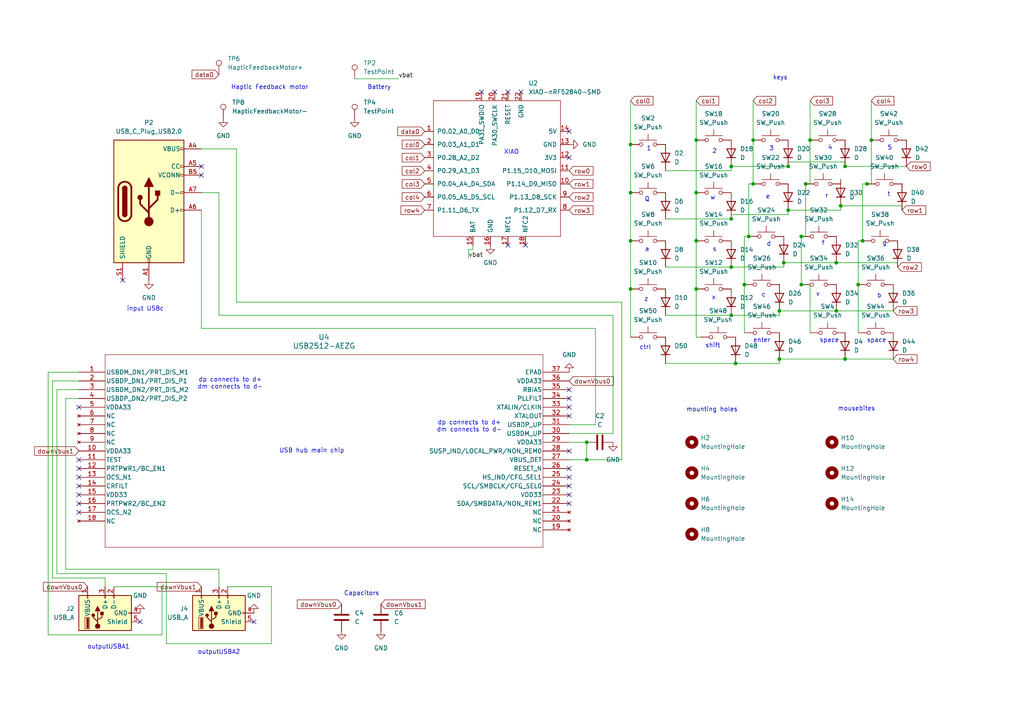
<source format=kicad_sch>
(kicad_sch (version 20250114) (generator "eeschema") (generator_version "9.0")
  (paper "A4")
  (text "a" (at 187.706 72.39 0) (effects (font (size 1.27 1.27))))
  (text "mousebites" (at 248.412 118.618 0) (effects (font (size 1.27 1.27))))
  (text "4" (at 240.792 42.926 0) (effects (font (size 1.27 1.27))))
  (text "w" (at 206.756 57.404 0) (effects (font (size 1.27 1.27))))
  (text "g" (at 256.54 70.612 0) (effects (font (size 1.27 1.27))))
  (text "c" (at 221.488 85.598 0) (effects (font (size 1.27 1.27))))
  (text "x" (at 207.01 86.36 0) (effects (font (size 1.27 1.27))))
  (text "dp connects to d+\ndm connects to d-" (at 136.144 123.698 0) (effects (font (size 1.27 1.27))))
  (text "z" (at 187.452 86.868 0) (effects (font (size 1.27 1.27))))
  (text "5" (at 258.064 42.926 0) (effects (font (size 1.27 1.27))))
  (text "t" (at 257.81 56.388 0) (effects (font (size 1.27 1.27))))
  (text "enter\n" (at 220.98 98.806 0) (effects (font (size 1.27 1.27))))
  (text "ctrl\n" (at 187.198 100.838 0) (effects (font (size 1.27 1.27))))
  (text "input USBc\n" (at 42.164 89.662 0) (effects (font (size 1.27 1.27))))
  (text "v" (at 237.236 85.344 0) (effects (font (size 1.27 1.27))))
  (text "e" (at 222.758 57.15 0) (effects (font (size 1.27 1.27))))
  (text "outputUSBA1\n" (at 31.496 187.706 0) (effects (font (size 1.27 1.27))))
  (text "2\n" (at 207.264 43.942 0) (effects (font (size 1.27 1.27))))
  (text "d" (at 223.012 70.866 0) (effects (font (size 1.27 1.27))))
  (text "3" (at 223.774 43.18 0) (effects (font (size 1.27 1.27))))
  (text "f" (at 238.76 70.612 0) (effects (font (size 1.27 1.27))))
  (text "b" (at 255.016 85.852 0) (effects (font (size 1.27 1.27))))
  (text "Q" (at 187.706 57.912 0) (effects (font (size 1.27 1.27))))
  (text "r" (at 239.776 56.896 0) (effects (font (size 1.27 1.27))))
  (text "XIAO" (at 148.336 44.196 0) (effects (font (size 1.27 1.27))))
  (text "dp connects to d+\ndm connects to d-" (at 66.802 111.252 0) (effects (font (size 1.27 1.27))))
  (text "shift\n" (at 206.756 100.33 0) (effects (font (size 1.27 1.27))))
  (text "USB hub main chip\n" (at 90.424 130.81 0) (effects (font (size 1.27 1.27))))
  (text "mounting holes" (at 206.502 118.872 0) (effects (font (size 1.27 1.27))))
  (text "Battery" (at 109.982 25.4 0) (effects (font (size 1.27 1.27))))
  (text "space\n" (at 240.538 98.806 0) (effects (font (size 1.27 1.27))))
  (text "keys" (at 226.314 22.606 0) (effects (font (size 1.27 1.27))))
  (text "Capacitors" (at 104.902 172.212 0) (effects (font (size 1.27 1.27))))
  (text "outputUSBA2\n\n" (at 63.5 190.246 0) (effects (font (size 1.27 1.27))))
  (text "Haptic Feedback motor\n" (at 78.232 25.4 0) (effects (font (size 1.27 1.27))))
  (text "space\n" (at 254.254 98.806 0) (effects (font (size 1.27 1.27))))
  (text "1" (at 188.214 43.18 0) (effects (font (size 1.27 1.27))))
  (text "s" (at 207.264 72.39 0) (effects (font (size 1.27 1.27))))
  (junction (at 182.88 41.91))
  (junction (at 226.06 90.17))
  (junction (at 212.09 63.5))
  (junction (at 213.36 105.41))
  (junction (at 243.84 59.69))
  (junction (at 215.9 82.55))
  (junction (at 245.11 104.14))
  (junction (at 242.57 90.17))
  (junction (at 212.09 48.26))
  (junction (at 245.11 48.26))
  (junction (at 201.93 69.85))
  (junction (at 201.93 40.64))
  (junction (at 248.92 82.55))
  (junction (at 212.09 91.44))
  (junction (at 251.46 53.34))
  (junction (at 232.41 82.55))
  (junction (at 218.44 53.34))
  (junction (at 228.6 48.26))
  (junction (at 182.88 83.82))
  (junction (at 232.41 68.58))
  (junction (at 234.95 40.64))
  (junction (at 250.19 69.85))
  (junction (at 212.09 77.47))
  (junction (at 182.88 69.85))
  (junction (at 227.33 76.2))
  (junction (at 233.68 53.34))
  (junction (at 201.93 55.88))
  (junction (at 252.73 40.64))
  (junction (at 242.57 76.2))
  (junction (at 170.18 128.27))
  (junction (at 226.06 104.14))
  (junction (at 201.93 83.82))
  (junction (at 228.6 60.96))
  (junction (at 218.44 40.64))
  (junction (at 170.18 133.35))
  (junction (at 182.88 55.88))
  (junction (at 217.17 68.58))
  (no_connect (at 165.1 45.72))
  (no_connect (at 165.1 130.81))
  (no_connect (at 22.86 148.59))
  (no_connect (at 40.64 180.34))
  (no_connect (at 35.56 81.28))
  (no_connect (at 165.1 135.89))
  (no_connect (at 151.13 26.67))
  (no_connect (at 152.4 71.12))
  (no_connect (at 22.86 143.51))
  (no_connect (at 165.1 140.97))
  (no_connect (at 165.1 143.51))
  (no_connect (at 58.42 50.8))
  (no_connect (at 22.86 138.43))
  (no_connect (at 165.1 38.1))
  (no_connect (at 165.1 115.57))
  (no_connect (at 147.32 71.12))
  (no_connect (at 165.1 146.05))
  (no_connect (at 73.66 180.34))
  (no_connect (at 147.32 26.67))
  (no_connect (at 165.1 113.03))
  (no_connect (at 165.1 118.11))
  (no_connect (at 143.51 26.67))
  (no_connect (at 139.7 26.67))
  (no_connect (at 165.1 138.43))
  (no_connect (at 22.86 118.11))
  (no_connect (at 22.86 135.89))
  (no_connect (at 58.42 48.26))
  (no_connect (at 22.86 133.35))
  (no_connect (at 22.86 140.97))
  (no_connect (at 165.1 120.65))
  (no_connect (at 22.86 146.05))
  (wire (pts (xy 218.44 40.64) (xy 218.44 53.34)))
  (wire (pts (xy 245.11 104.14) (xy 259.08 104.14)))
  (wire (pts (xy 22.86 115.57) (xy 19.05 115.57)))
  (wire (pts (xy 234.95 53.34) (xy 233.68 53.34)))
  (wire (pts (xy 201.93 29.21) (xy 201.93 40.64)))
  (wire (pts (xy 215.9 82.55) (xy 215.9 96.52)))
  (wire (pts (xy 115.57 22.86) (xy 102.87 22.86)))
  (wire (pts (xy 242.57 76.2) (xy 260.35 76.2)))
  (wire (pts (xy 234.95 82.55) (xy 234.95 96.52)))
  (wire (pts (xy 212.09 49.53) (xy 212.09 48.26)))
  (wire (pts (xy 201.93 83.82) (xy 201.93 97.79)))
  (wire (pts (xy 182.88 55.88) (xy 182.88 69.85)))
  (wire (pts (xy 226.06 105.41) (xy 213.36 105.41)))
  (wire (pts (xy 250.19 69.85) (xy 250.19 53.34)))
  (wire (pts (xy 19.05 165.1) (xy 63.5 165.1)))
  (wire (pts (xy 58.42 95.25) (xy 172.72 95.25)))
  (wire (pts (xy 68.58 87.63) (xy 68.58 43.18)))
  (wire (pts (xy 218.44 29.21) (xy 218.44 40.64)))
  (wire (pts (xy 63.5 55.88) (xy 63.5 91.44)))
  (wire (pts (xy 242.57 90.17) (xy 259.08 90.17)))
  (wire (pts (xy 137.16 72.39) (xy 137.16 71.12)))
  (wire (pts (xy 22.86 107.95) (xy 13.97 107.95)))
  (wire (pts (xy 19.05 115.57) (xy 19.05 165.1)))
  (wire (pts (xy 170.18 128.27) (xy 170.18 133.35)))
  (wire (pts (xy 58.42 60.96) (xy 58.42 95.25)))
  (wire (pts (xy 233.68 53.34) (xy 233.68 68.58)))
  (wire (pts (xy 212.09 77.47) (xy 227.33 77.47)))
  (wire (pts (xy 30.48 167.64) (xy 30.48 170.18)))
  (wire (pts (xy 165.1 133.35) (xy 170.18 133.35)))
  (wire (pts (xy 226.06 91.44) (xy 226.06 90.17)))
  (wire (pts (xy 135.89 74.93) (xy 135.89 72.39)))
  (wire (pts (xy 217.17 68.58) (xy 217.17 53.34)))
  (wire (pts (xy 232.41 68.58) (xy 232.41 82.55)))
  (wire (pts (xy 15.24 110.49) (xy 15.24 167.64)))
  (wire (pts (xy 234.95 40.64) (xy 234.95 53.34)))
  (wire (pts (xy 212.09 62.23) (xy 228.6 62.23)))
  (wire (pts (xy 172.72 123.19) (xy 165.1 123.19)))
  (wire (pts (xy 232.41 82.55) (xy 234.95 82.55)))
  (wire (pts (xy 182.88 41.91) (xy 182.88 55.88)))
  (wire (pts (xy 193.04 77.47) (xy 212.09 77.47)))
  (wire (pts (xy 226.06 90.17) (xy 242.57 90.17)))
  (wire (pts (xy 215.9 68.58) (xy 217.17 68.58)))
  (wire (pts (xy 182.88 83.82) (xy 182.88 69.85)))
  (wire (pts (xy 261.62 59.69) (xy 261.62 60.96)))
  (wire (pts (xy 170.18 133.35) (xy 180.34 133.35)))
  (wire (pts (xy 260.35 76.2) (xy 260.35 77.47)))
  (wire (pts (xy 234.95 29.21) (xy 234.95 40.64)))
  (wire (pts (xy 22.86 110.49) (xy 15.24 110.49)))
  (wire (pts (xy 226.06 104.14) (xy 226.06 105.41)))
  (wire (pts (xy 13.97 107.95) (xy 13.97 184.15)))
  (wire (pts (xy 233.68 68.58) (xy 232.41 68.58)))
  (wire (pts (xy 182.88 83.82) (xy 182.88 97.79)))
  (wire (pts (xy 58.42 55.88) (xy 63.5 55.88)))
  (wire (pts (xy 135.89 72.39) (xy 137.16 72.39)))
  (wire (pts (xy 63.5 91.44) (xy 177.8 91.44)))
  (wire (pts (xy 180.34 87.63) (xy 68.58 87.63)))
  (wire (pts (xy 228.6 62.23) (xy 228.6 60.96)))
  (wire (pts (xy 78.74 170.18) (xy 66.04 170.18)))
  (wire (pts (xy 248.92 82.55) (xy 248.92 69.85)))
  (wire (pts (xy 248.92 82.55) (xy 248.92 96.52)))
  (wire (pts (xy 172.72 95.25) (xy 172.72 123.19)))
  (wire (pts (xy 201.93 69.85) (xy 201.93 83.82)))
  (wire (pts (xy 177.8 91.44) (xy 177.8 125.73)))
  (wire (pts (xy 193.04 63.5) (xy 212.09 63.5)))
  (wire (pts (xy 165.1 128.27) (xy 170.18 128.27)))
  (wire (pts (xy 22.86 113.03) (xy 16.51 113.03)))
  (wire (pts (xy 16.51 166.37) (xy 48.26 166.37)))
  (wire (pts (xy 212.09 63.5) (xy 212.09 62.23)))
  (wire (pts (xy 201.93 40.64) (xy 201.93 55.88)))
  (wire (pts (xy 250.19 53.34) (xy 251.46 53.34)))
  (wire (pts (xy 243.84 53.34) (xy 243.84 52.07)))
  (wire (pts (xy 180.34 133.35) (xy 180.34 87.63)))
  (wire (pts (xy 48.26 186.69) (xy 78.74 186.69)))
  (wire (pts (xy 46.99 170.18) (xy 33.02 170.18)))
  (wire (pts (xy 252.73 53.34) (xy 252.73 40.64)))
  (wire (pts (xy 248.92 69.85) (xy 250.19 69.85)))
  (wire (pts (xy 228.6 46.99) (xy 245.11 46.99)))
  (wire (pts (xy 193.04 105.41) (xy 213.36 105.41)))
  (wire (pts (xy 13.97 184.15) (xy 46.99 184.15)))
  (wire (pts (xy 15.24 167.64) (xy 30.48 167.64)))
  (wire (pts (xy 243.84 60.96) (xy 243.84 59.69)))
  (wire (pts (xy 252.73 29.21) (xy 252.73 40.64)))
  (wire (pts (xy 48.26 166.37) (xy 48.26 186.69)))
  (wire (pts (xy 212.09 48.26) (xy 228.6 48.26)))
  (wire (pts (xy 212.09 91.44) (xy 226.06 91.44)))
  (wire (pts (xy 182.88 29.21) (xy 182.88 41.91)))
  (wire (pts (xy 215.9 82.55) (xy 215.9 68.58)))
  (wire (pts (xy 251.46 53.34) (xy 252.73 53.34)))
  (wire (pts (xy 177.8 125.73) (xy 165.1 125.73)))
  (wire (pts (xy 228.6 48.26) (xy 228.6 46.99)))
  (wire (pts (xy 16.51 113.03) (xy 16.51 166.37)))
  (wire (pts (xy 228.6 60.96) (xy 243.84 60.96)))
  (wire (pts (xy 217.17 53.34) (xy 218.44 53.34)))
  (wire (pts (xy 193.04 91.44) (xy 212.09 91.44)))
  (wire (pts (xy 78.74 186.69) (xy 78.74 170.18)))
  (wire (pts (xy 68.58 43.18) (xy 58.42 43.18)))
  (wire (pts (xy 245.11 46.99) (xy 245.11 48.26)))
  (wire (pts (xy 226.06 104.14) (xy 245.11 104.14)))
  (wire (pts (xy 201.93 55.88) (xy 201.93 69.85)))
  (wire (pts (xy 227.33 77.47) (xy 227.33 76.2)))
  (wire (pts (xy 245.11 48.26) (xy 262.89 48.26)))
  (wire (pts (xy 243.84 59.69) (xy 261.62 59.69)))
  (wire (pts (xy 193.04 49.53) (xy 212.09 49.53)))
  (wire (pts (xy 227.33 76.2) (xy 242.57 76.2)))
  (wire (pts (xy 63.5 165.1) (xy 63.5 170.18)))
  (wire (pts (xy 46.99 184.15) (xy 46.99 170.18)))
  (wire (pts (xy 201.93 97.79) (xy 203.2 97.79)))
  (label "vbat" (at 135.89 74.93 0))
  (label "vbat" (at 115.57 22.86 0))
  (global_label "row4" (shape input) (at 123.19 60.96 180) (property "Intersheetrefs" "${INTERSHEET_REFS}" (effects (hide yes))))
  (global_label "downVbus1" (shape input) (at 58.42 170.18 180) (property "Intersheetrefs" "${INTERSHEET_REFS}" (effects (hide yes))))
  (global_label "downVbus1" (shape input) (at 22.86 130.81 180) (property "Intersheetrefs" "${INTERSHEET_REFS}" (effects (hide yes))))
  (global_label "row3" (shape input) (at 165.1 60.96 0) (property "Intersheetrefs" "${INTERSHEET_REFS}" (effects (hide yes))))
  (global_label "row1" (shape input) (at 165.1 53.34 0) (property "Intersheetrefs" "${INTERSHEET_REFS}" (effects (hide yes))))
  (global_label "col2" (shape input) (at 123.19 49.53 180) (property "Intersheetrefs" "${INTERSHEET_REFS}" (effects (hide yes))))
  (global_label "col0" (shape input) (at 123.19 41.91 180) (property "Intersheetrefs" "${INTERSHEET_REFS}" (effects (hide yes))))
  (global_label "row3" (shape input) (at 259.08 90.17 0) (property "Intersheetrefs" "${INTERSHEET_REFS}" (effects (hide yes))))
  (global_label "col3" (shape input) (at 234.95 29.21 0) (property "Intersheetrefs" "${INTERSHEET_REFS}" (effects (hide yes))))
  (global_label "row4" (shape input) (at 259.08 104.14 0) (property "Intersheetrefs" "${INTERSHEET_REFS}" (effects (hide yes))))
  (global_label "row2" (shape input) (at 165.1 57.15 0) (property "Intersheetrefs" "${INTERSHEET_REFS}" (effects (hide yes))))
  (global_label "downVbus0" (shape input) (at 99.06 175.26 180) (property "Intersheetrefs" "${INTERSHEET_REFS}" (effects (hide yes))))
  (global_label "col0" (shape input) (at 182.88 29.21 0) (property "Intersheetrefs" "${INTERSHEET_REFS}" (effects (hide yes))))
  (global_label "col2" (shape input) (at 218.44 29.21 0) (property "Intersheetrefs" "${INTERSHEET_REFS}" (effects (hide yes))))
  (global_label "col4" (shape input) (at 123.19 57.15 180) (property "Intersheetrefs" "${INTERSHEET_REFS}" (effects (hide yes))))
  (global_label "row1" (shape input) (at 261.62 60.96 0) (property "Intersheetrefs" "${INTERSHEET_REFS}" (effects (hide yes))))
  (global_label "col1" (shape input) (at 123.19 45.72 180) (property "Intersheetrefs" "${INTERSHEET_REFS}" (effects (hide yes))))
  (global_label "data0" (shape input) (at 123.19 38.1 180) (property "Intersheetrefs" "${INTERSHEET_REFS}" (effects (hide yes))))
  (global_label "downVbus0" (shape input) (at 25.4 170.18 180) (property "Intersheetrefs" "${INTERSHEET_REFS}" (effects (hide yes))))
  (global_label "col3" (shape input) (at 123.19 53.34 180) (property "Intersheetrefs" "${INTERSHEET_REFS}" (effects (hide yes))))
  (global_label "downVbus1" (shape input) (at 110.49 175.26 0) (property "Intersheetrefs" "${INTERSHEET_REFS}" (effects (hide yes))))
  (global_label "col1" (shape input) (at 201.93 29.21 0) (property "Intersheetrefs" "${INTERSHEET_REFS}" (effects (hide yes))))
  (global_label "downVbus0" (shape input) (at 165.1 110.49 0) (property "Intersheetrefs" "${INTERSHEET_REFS}" (effects (hide yes))))
  (global_label "col4" (shape input) (at 252.73 29.21 0) (property "Intersheetrefs" "${INTERSHEET_REFS}" (effects (hide yes))))
  (global_label "row2" (shape input) (at 260.35 77.47 0) (property "Intersheetrefs" "${INTERSHEET_REFS}" (effects (hide yes))))
  (global_label "row0" (shape input) (at 165.1 49.53 0) (property "Intersheetrefs" "${INTERSHEET_REFS}" (effects (hide yes))))
  (global_label "row0" (shape input) (at 262.89 48.26 0) (property "Intersheetrefs" "${INTERSHEET_REFS}" (effects (hide yes))))
  (global_label "data0" (shape input) (at 63.5 21.59 180) (property "Intersheetrefs" "${INTERSHEET_REFS}" (effects (hide yes))))
  (symbol (lib_id "Device:C") (at 110.49 179.07 0) (unit 1)
    (property "Reference" "C5" (at 114.3 177.7999 0) (effects (justify left)))
    (property "Value" "C" (at 114.3 180.3399 0) (effects (justify left)))
    (property "Footprint" "Capacitor_THT:CP_Axial_L11.0mm_D8.0mm_P15.00mm_Horizontal" (effects (hide yes)))
    (property "Description" "Unpolarized capacitor" (effects (hide yes)))
    (instances (project "keeb" (path "" (reference "C6") (unit 1)) (path "" (reference "C5") (unit 1))))
  )
  (symbol (lib_id "Device:D") (at 213.36 101.6 90) (unit 1)
    (property "Reference" "D47" (at 215.9 100.3299 90) (effects (justify right)))
    (property "Value" "D" (at 215.9 102.8699 90) (effects (justify right)))
    (property "Footprint" "Diode_SMD:D_SOD-123" (effects (hide yes)))
    (property "Description" "Diode" (effects (hide yes)))
    (property "Sim.Device" "D" (effects (hide yes)))
    (property "Sim.Pins" "1=K 2=A" (effects (hide yes)))
    (instances (project "keeb" (path "" (reference "D48") (unit 1)) (path "" (reference "D47") (unit 1))))
  )
  (symbol (lib_id "Switch:SW_Push") (at 220.98 82.55 0) (unit 1)
    (property "Reference" "SW25" (at 220.98 74.93 0))
    (property "Value" "SW_Push" (at 220.98 77.47 0))
    (property "Footprint" "Button_Switch_Keyboard:SW_Cherry_MX_1.00u_PCB" (effects (hide yes)))
    (property "Description" "Push button switch, generic, two pins" (effects (hide yes)))
    (instances (project "keeb" (path "" (reference "SW26") (unit 1)) (path "" (reference "SW25") (unit 1))))
  )
  (symbol (lib_id "Mechanical:MountingHole") (at 200.66 128.27 0) (unit 1) (in_bom no)
    (property "Reference" "H1" (at 203.2 126.9999 0) (effects (justify left)))
    (property "Value" "MountingHole" (at 203.2 129.5399 0) (effects (justify left)))
    (property "Footprint" "TestPoint:TestPoint_Loop_D3.80mm_Drill2.8mm" (effects (hide yes)))
    (property "Description" "Mounting Hole without connection" (effects (hide yes)))
    (instances (project "" (path "" (reference "H2") (unit 1)) (path "" (reference "H1") (unit 1))))
  )
  (symbol (lib_id "Switch:SW_Push") (at 207.01 55.88 0) (unit 1)
    (property "Reference" "SW15" (at 207.01 48.26 0))
    (property "Value" "SW_Push" (at 207.01 50.8 0))
    (property "Footprint" "Button_Switch_Keyboard:SW_Cherry_MX_1.00u_PCB" (effects (hide yes)))
    (property "Description" "Push button switch, generic, two pins" (effects (hide yes)))
    (instances (project "keeb" (path "" (reference "SW16") (unit 1)) (path "" (reference "SW15") (unit 1))))
  )
  (symbol (lib_id "Switch:SW_Push") (at 237.49 68.58 0) (unit 1)
    (property "Reference" "SW31" (at 237.49 60.96 0))
    (property "Value" "SW_Push" (at 237.49 63.5 0))
    (property "Footprint" "Button_Switch_Keyboard:SW_Cherry_MX_1.00u_PCB" (effects (hide yes)))
    (property "Description" "Push button switch, generic, two pins" (effects (hide yes)))
    (instances (project "keeb" (path "" (reference "SW32") (unit 1)) (path "" (reference "SW31") (unit 1))))
  )
  (symbol (lib_id "Switch:SW_Push") (at 223.52 40.64 0) (unit 1)
    (property "Reference" "SW19" (at 223.52 33.02 0))
    (property "Value" "SW_Push" (at 223.52 35.56 0))
    (property "Footprint" "Button_Switch_Keyboard:SW_Cherry_MX_1.00u_PCB" (effects (hide yes)))
    (property "Description" "Push button switch, generic, two pins" (effects (hide yes)))
    (instances (project "keeb" (path "" (reference "SW20") (unit 1)) (path "" (reference "SW19") (unit 1))))
  )
  (symbol (lib_id "Connector:USB_A") (at 30.48 177.8 90) (unit 1)
    (property "Reference" "J1" (at 21.59 176.5299 90) (effects (justify left)))
    (property "Value" "USB_A" (at 21.59 179.0699 90) (effects (justify left)))
    (property "Footprint" "Connector_USB:USB_A_Receptacle_GCT_USB1046" (effects (hide yes)))
    (property "Description" "USB Type A connector" (effects (hide yes)))
    (instances (project "" (path "" (reference "J2") (unit 1)) (path "" (reference "J1") (unit 1))))
  )
  (symbol (lib_id "Device:D") (at 260.35 73.66 90) (unit 1)
    (property "Reference" "D37" (at 262.89 72.3899 90) (effects (justify right)))
    (property "Value" "D" (at 262.89 74.9299 90) (effects (justify right)))
    (property "Footprint" "Diode_SMD:D_SOD-123" (effects (hide yes)))
    (property "Description" "Diode" (effects (hide yes)))
    (property "Sim.Device" "D" (effects (hide yes)))
    (property "Sim.Pins" "1=K 2=A" (effects (hide yes)))
    (instances (project "keeb" (path "" (reference "D38") (unit 1)) (path "" (reference "D37") (unit 1))))
  )
  (symbol (lib_id "Seeed_Studio_XIAO_Series:XIAO-nRF52840-SMD") (at 144.78 49.53 0) (unit 1)
    (property "Reference" "U1" (at 153.2733 24.13 0) (effects (justify left)))
    (property "Value" "XIAO-nRF52840-SMD" (at 153.2733 26.67 0) (effects (justify left)))
    (property "Footprint" "keeb:modified-XIAO-nRF52840-SMD" (effects (hide yes)))
    (instances (project "" (path "" (reference "U2") (unit 1)) (path "" (reference "U1") (unit 1))))
  )
  (symbol (lib_id "Switch:SW_Push") (at 257.81 40.64 0) (unit 1)
    (property "Reference" "SW41" (at 257.81 33.02 0))
    (property "Value" "SW_Push" (at 257.81 35.56 0))
    (property "Footprint" "Button_Switch_Keyboard:SW_Cherry_MX_1.00u_PCB" (effects (hide yes)))
    (property "Description" "Push button switch, generic, two pins" (effects (hide yes)))
    (instances (project "keeb" (path "" (reference "SW42") (unit 1)) (path "" (reference "SW41") (unit 1))))
  )
  (symbol (lib_id "power:GND") (at 99.06 182.88 0) (unit 1)
    (property "Reference" "#PWR019" (effects (hide yes)))
    (property "Value" "GND" (at 99.06 187.96 0))
    (property "Description" "Power symbol creates a global label with name \"GND\" , ground" (effects (hide yes)))
    (instances (project "" (path "" (reference "#PWR020") (unit 1)) (path "" (reference "#PWR019") (unit 1))))
  )
  (symbol (lib_id "Device:D") (at 226.06 86.36 90) (unit 1)
    (property "Reference" "D25" (at 228.6 85.0899 90) (effects (justify right)))
    (property "Value" "D" (at 228.6 87.6299 90) (effects (justify right)))
    (property "Footprint" "Diode_SMD:D_SOD-123" (effects (hide yes)))
    (property "Description" "Diode" (effects (hide yes)))
    (property "Sim.Device" "D" (effects (hide yes)))
    (property "Sim.Pins" "1=K 2=A" (effects (hide yes)))
    (instances (project "keeb" (path "" (reference "D26") (unit 1)) (path "" (reference "D25") (unit 1))))
  )
  (symbol (lib_id "Switch:SW_Push") (at 207.01 40.64 0) (unit 1)
    (property "Reference" "SW17" (at 207.01 33.02 0))
    (property "Value" "SW_Push" (at 207.01 35.56 0))
    (property "Footprint" "Button_Switch_Keyboard:SW_Cherry_MX_1.00u_PCB" (effects (hide yes)))
    (property "Description" "Push button switch, generic, two pins" (effects (hide yes)))
    (instances (project "keeb" (path "" (reference "SW18") (unit 1)) (path "" (reference "SW17") (unit 1))))
  )
  (symbol (lib_id "power:GND") (at 64.77 34.29 0) (unit 1)
    (property "Reference" "#PWR05" (effects (hide yes)))
    (property "Value" "GND" (at 64.77 39.37 0))
    (property "Description" "Power symbol creates a global label with name \"GND\" , ground" (effects (hide yes)))
    (instances (project "" (path "" (reference "#PWR06") (unit 1)) (path "" (reference "#PWR05") (unit 1))))
  )
  (symbol (lib_id "Connector:TestPoint") (at 64.77 34.29 0) (unit 1)
    (property "Reference" "TP7" (at 67.31 29.7179 0) (effects (justify left)))
    (property "Value" "HapticFeedbackMotor-" (at 67.31 32.2579 0) (effects (justify left)))
    (property "Footprint" "TestPoint:TestPoint_Pad_D4.0mm" (effects (hide yes)))
    (property "Description" "test point" (effects (hide yes)))
    (instances (project "" (path "" (reference "TP8") (unit 1)) (path "" (reference "TP7") (unit 1))))
  )
  (symbol (lib_id "power:GND") (at 40.64 177.8 180) (unit 1)
    (property "Reference" "#PWR011" (effects (hide yes)))
    (property "Value" "GND" (at 40.64 172.72 0))
    (property "Description" "Power symbol creates a global label with name \"GND\" , ground" (effects (hide yes)))
    (instances (project "" (path "" (reference "#PWR012") (unit 1)) (path "" (reference "#PWR011") (unit 1))))
  )
  (symbol (lib_id "power:GND") (at 177.8 128.27 0) (unit 1)
    (property "Reference" "#PWR017" (effects (hide yes)))
    (property "Value" "GND" (at 177.8 133.35 0))
    (property "Description" "Power symbol creates a global label with name \"GND\" , ground" (effects (hide yes)))
    (instances (project "" (path "" (reference "#PWR018") (unit 1)) (path "" (reference "#PWR017") (unit 1))))
  )
  (symbol (lib_id "Switch:SW_Push") (at 237.49 82.55 0) (unit 1)
    (property "Reference" "SW33" (at 237.49 74.93 0))
    (property "Value" "SW_Push" (at 237.49 77.47 0))
    (property "Footprint" "Button_Switch_Keyboard:SW_Cherry_MX_1.00u_PCB" (effects (hide yes)))
    (property "Description" "Push button switch, generic, two pins" (effects (hide yes)))
    (instances (project "keeb" (path "" (reference "SW34") (unit 1)) (path "" (reference "SW33") (unit 1))))
  )
  (symbol (lib_id "Device:D") (at 212.09 73.66 90) (unit 1)
    (property "Reference" "D13" (at 214.63 72.3899 90) (effects (justify right)))
    (property "Value" "D" (at 214.63 74.9299 90) (effects (justify right)))
    (property "Footprint" "Diode_SMD:D_SOD-123" (effects (hide yes)))
    (property "Description" "Diode" (effects (hide yes)))
    (property "Sim.Device" "D" (effects (hide yes)))
    (property "Sim.Pins" "1=K 2=A" (effects (hide yes)))
    (instances (project "keeb" (path "" (reference "D14") (unit 1)) (path "" (reference "D13") (unit 1))))
  )
  (symbol (lib_id "Device:D") (at 245.11 44.45 90) (unit 1)
    (property "Reference" "D27" (at 247.65 43.1799 90) (effects (justify right)))
    (property "Value" "D" (at 247.65 45.7199 90) (effects (justify right)))
    (property "Footprint" "Diode_SMD:D_SOD-123" (effects (hide yes)))
    (property "Description" "Diode" (effects (hide yes)))
    (property "Sim.Device" "D" (effects (hide yes)))
    (property "Sim.Pins" "1=K 2=A" (effects (hide yes)))
    (instances (project "keeb" (path "" (reference "D28") (unit 1)) (path "" (reference "D27") (unit 1))))
  )
  (symbol (lib_id "Switch:SW_Push") (at 187.96 55.88 0) (unit 1)
    (property "Reference" "SW5" (at 187.96 48.26 0))
    (property "Value" "SW_Push" (at 187.96 50.8 0))
    (property "Footprint" "Button_Switch_Keyboard:SW_Cherry_MX_1.00u_PCB" (effects (hide yes)))
    (property "Description" "Push button switch, generic, two pins" (effects (hide yes)))
    (instances (project "keeb" (path "" (reference "SW6") (unit 1)) (path "" (reference "SW5") (unit 1))))
  )
  (symbol (lib_id "Device:D") (at 242.57 86.36 90) (unit 1)
    (property "Reference" "D33" (at 245.11 85.0899 90) (effects (justify right)))
    (property "Value" "D" (at 245.11 87.6299 90) (effects (justify right)))
    (property "Footprint" "Diode_SMD:D_SOD-123" (effects (hide yes)))
    (property "Description" "Diode" (effects (hide yes)))
    (property "Sim.Device" "D" (effects (hide yes)))
    (property "Sim.Pins" "1=K 2=A" (effects (hide yes)))
    (instances (project "keeb" (path "" (reference "D34") (unit 1)) (path "" (reference "D33") (unit 1))))
  )
  (symbol (lib_id "Switch:SW_Push") (at 238.76 53.34 0) (unit 1)
    (property "Reference" "SW29" (at 238.76 45.72 0))
    (property "Value" "SW_Push" (at 238.76 48.26 0))
    (property "Footprint" "Button_Switch_Keyboard:SW_Cherry_MX_1.00u_PCB" (effects (hide yes)))
    (property "Description" "Push button switch, generic, two pins" (effects (hide yes)))
    (instances (project "keeb" (path "" (reference "SW30") (unit 1)) (path "" (reference "SW29") (unit 1))))
  )
  (symbol (lib_id "Device:D") (at 212.09 59.69 90) (unit 1)
    (property "Reference" "D15" (at 214.63 58.4199 90) (effects (justify right)))
    (property "Value" "D" (at 214.63 60.9599 90) (effects (justify right)))
    (property "Footprint" "Diode_SMD:D_SOD-123" (effects (hide yes)))
    (property "Description" "Diode" (effects (hide yes)))
    (property "Sim.Device" "D" (effects (hide yes)))
    (property "Sim.Pins" "1=K 2=A" (effects (hide yes)))
    (instances (project "keeb" (path "" (reference "D16") (unit 1)) (path "" (reference "D15") (unit 1))))
  )
  (symbol (lib_id "power:GND") (at 165.1 41.91 90) (unit 1)
    (property "Reference" "#PWR01" (effects (hide yes)))
    (property "Value" "GND" (at 168.91 41.9099 90) (effects (justify right)))
    (property "Description" "Power symbol creates a global label with name \"GND\" , ground" (effects (hide yes)))
    (instances (project "" (path "" (reference "#PWR02") (unit 1)) (path "" (reference "#PWR01") (unit 1))))
  )
  (symbol (lib_id "Switch:SW_Push") (at 187.96 41.91 0) (unit 1)
    (property "Reference" "SW1" (at 187.96 34.29 0))
    (property "Value" "SW_Push" (at 187.96 36.83 0))
    (property "Footprint" "Button_Switch_Keyboard:SW_Cherry_MX_1.00u_PCB" (effects (hide yes)))
    (property "Description" "Push button switch, generic, two pins" (effects (hide yes)))
    (instances (project "" (path "" (reference "SW2") (unit 1)) (path "" (reference "SW1") (unit 1))))
  )
  (symbol (lib_id "Mechanical:MountingHole") (at 200.66 154.94 0) (unit 1) (in_bom no)
    (property "Reference" "H7" (at 203.2 153.6699 0) (effects (justify left)))
    (property "Value" "MountingHole" (at 203.2 156.2099 0) (effects (justify left)))
    (property "Footprint" "TestPoint:TestPoint_Loop_D3.80mm_Drill2.8mm" (effects (hide yes)))
    (property "Description" "Mounting Hole without connection" (effects (hide yes)))
    (instances (project "keeb" (path "" (reference "H8") (unit 1)) (path "" (reference "H7") (unit 1))))
  )
  (symbol (lib_id "Connector:USB_A") (at 63.5 177.8 90) (unit 1)
    (property "Reference" "J3" (at 54.61 176.5299 90) (effects (justify left)))
    (property "Value" "USB_A" (at 54.61 179.0699 90) (effects (justify left)))
    (property "Footprint" "Connector_USB:USB_A_Receptacle_GCT_USB1046" (effects (hide yes)))
    (property "Description" "USB Type A connector" (effects (hide yes)))
    (instances (project "keeb" (path "" (reference "J4") (unit 1)) (path "" (reference "J3") (unit 1))))
  )
  (symbol (lib_id "Device:D") (at 193.04 87.63 90) (unit 1)
    (property "Reference" "D9" (at 195.58 86.3599 90) (effects (justify right)))
    (property "Value" "D" (at 195.58 88.8999 90) (effects (justify right)))
    (property "Footprint" "Diode_SMD:D_SOD-123" (effects (hide yes)))
    (property "Description" "Diode" (effects (hide yes)))
    (property "Sim.Device" "D" (effects (hide yes)))
    (property "Sim.Pins" "1=K 2=A" (effects (hide yes)))
    (instances (project "keeb" (path "" (reference "D10") (unit 1)) (path "" (reference "D9") (unit 1))))
  )
  (symbol (lib_id "Device:C") (at 173.99 128.27 90) (unit 1)
    (property "Reference" "C1" (at 173.99 120.65 90))
    (property "Value" "C" (at 173.99 123.19 90))
    (property "Footprint" "Capacitor_THT:CP_Axial_L11.0mm_D8.0mm_P15.00mm_Horizontal" (effects (hide yes)))
    (property "Description" "Unpolarized capacitor" (effects (hide yes)))
    (instances (project "" (path "" (reference "C2") (unit 1)) (path "" (reference "C1") (unit 1))))
  )
  (symbol (lib_id "Switch:SW_Push") (at 240.03 96.52 0) (unit 1)
    (property "Reference" "SW3" (at 240.03 88.9 0))
    (property "Value" "SW_Push" (at 240.03 91.44 0))
    (property "Footprint" "Button_Switch_Keyboard:SW_Cherry_MX_1.00u_PCB" (effects (hide yes)))
    (property "Description" "Push button switch, generic, two pins" (effects (hide yes)))
    (instances (project "keeb" (path "" (reference "SW4") (unit 1)) (path "" (reference "SW3") (unit 1))))
  )
  (symbol (lib_id "Mechanical:MountingHole") (at 241.3 137.16 0) (unit 1) (in_bom no)
    (property "Reference" "H11" (at 243.84 135.8899 0) (effects (justify left)))
    (property "Value" "MountingHole" (at 243.84 138.4299 0) (effects (justify left)))
    (property "Footprint" "keeb:mouse-bite-5mm-slot" (effects (hide yes)))
    (property "Description" "Mounting Hole without connection" (effects (hide yes)))
    (instances (project "keeb" (path "" (reference "H12") (unit 1)) (path "" (reference "H11") (unit 1))))
  )
  (symbol (lib_id "Switch:SW_Push") (at 207.01 83.82 0) (unit 1)
    (property "Reference" "SW11" (at 207.01 76.2 0))
    (property "Value" "SW_Push" (at 207.01 78.74 0))
    (property "Footprint" "Button_Switch_Keyboard:SW_Cherry_MX_1.00u_PCB" (effects (hide yes)))
    (property "Description" "Push button switch, generic, two pins" (effects (hide yes)))
    (instances (project "keeb" (path "" (reference "SW12") (unit 1)) (path "" (reference "SW11") (unit 1))))
  )
  (symbol (lib_id "Mechanical:MountingHole") (at 200.66 146.05 0) (unit 1) (in_bom no)
    (property "Reference" "H5" (at 203.2 144.7799 0) (effects (justify left)))
    (property "Value" "MountingHole" (at 203.2 147.3199 0) (effects (justify left)))
    (property "Footprint" "TestPoint:TestPoint_Loop_D3.80mm_Drill2.8mm" (effects (hide yes)))
    (property "Description" "Mounting Hole without connection" (effects (hide yes)))
    (instances (project "keeb" (path "" (reference "H6") (unit 1)) (path "" (reference "H5") (unit 1))))
  )
  (symbol (lib_id "power:GND") (at 73.66 177.8 180) (unit 1)
    (property "Reference" "#PWR013" (effects (hide yes)))
    (property "Value" "GND" (at 73.66 172.72 0))
    (property "Description" "Power symbol creates a global label with name \"GND\" , ground" (effects (hide yes)))
    (instances (project "" (path "" (reference "#PWR014") (unit 1)) (path "" (reference "#PWR013") (unit 1))))
  )
  (symbol (lib_id "Switch:SW_Push") (at 254 96.52 0) (unit 1)
    (property "Reference" "SW43" (at 254 88.9 0))
    (property "Value" "SW_Push" (at 254 91.44 0))
    (property "Footprint" "Button_Switch_Keyboard:SW_Cherry_MX_1.00u_PCB" (effects (hide yes)))
    (property "Description" "Push button switch, generic, two pins" (effects (hide yes)))
    (instances (project "keeb" (path "" (reference "SW44") (unit 1)) (path "" (reference "SW43") (unit 1))))
  )
  (symbol (lib_id "power:GND") (at 165.1 107.95 180) (unit 1)
    (property "Reference" "#PWR07" (effects (hide yes)))
    (property "Value" "GND" (at 165.1 102.87 0))
    (property "Description" "Power symbol creates a global label with name \"GND\" , ground" (effects (hide yes)))
    (instances (project "" (path "" (reference "#PWR08") (unit 1)) (path "" (reference "#PWR07") (unit 1))))
  )
  (symbol (lib_id "Switch:SW_Push") (at 254 82.55 0) (unit 1)
    (property "Reference" "SW35" (at 254 74.93 0))
    (property "Value" "SW_Push" (at 254 77.47 0))
    (property "Footprint" "Button_Switch_Keyboard:SW_Cherry_MX_1.00u_PCB" (effects (hide yes)))
    (property "Description" "Push button switch, generic, two pins" (effects (hide yes)))
    (instances (project "keeb" (path "" (reference "SW36") (unit 1)) (path "" (reference "SW35") (unit 1))))
  )
  (symbol (lib_id "Device:D") (at 212.09 87.63 90) (unit 1)
    (property "Reference" "D11" (at 214.63 86.3599 90) (effects (justify right)))
    (property "Value" "D" (at 214.63 88.8999 90) (effects (justify right)))
    (property "Footprint" "Diode_SMD:D_SOD-123" (effects (hide yes)))
    (property "Description" "Diode" (effects (hide yes)))
    (property "Sim.Device" "D" (effects (hide yes)))
    (property "Sim.Pins" "1=K 2=A" (effects (hide yes)))
    (instances (project "keeb" (path "" (reference "D12") (unit 1)) (path "" (reference "D11") (unit 1))))
  )
  (symbol (lib_id "power:GND") (at 110.49 182.88 0) (unit 1)
    (property "Reference" "#PWR021" (effects (hide yes)))
    (property "Value" "GND" (at 110.49 187.96 0))
    (property "Description" "Power symbol creates a global label with name \"GND\" , ground" (effects (hide yes)))
    (instances (project "" (path "" (reference "#PWR022") (unit 1)) (path "" (reference "#PWR021") (unit 1))))
  )
  (symbol (lib_id "Switch:SW_Push") (at 256.54 53.34 0) (unit 1)
    (property "Reference" "SW39" (at 256.54 45.72 0))
    (property "Value" "SW_Push" (at 256.54 48.26 0))
    (property "Footprint" "Button_Switch_Keyboard:SW_Cherry_MX_1.00u_PCB" (effects (hide yes)))
    (property "Description" "Push button switch, generic, two pins" (effects (hide yes)))
    (instances (project "keeb" (path "" (reference "SW40") (unit 1)) (path "" (reference "SW39") (unit 1))))
  )
  (symbol (lib_id "Device:D") (at 227.33 72.39 90) (unit 1)
    (property "Reference" "D23" (at 229.87 71.1199 90) (effects (justify right)))
    (property "Value" "D" (at 229.87 73.6599 90) (effects (justify right)))
    (property "Footprint" "Diode_SMD:D_SOD-123" (effects (hide yes)))
    (property "Description" "Diode" (effects (hide yes)))
    (property "Sim.Device" "D" (effects (hide yes)))
    (property "Sim.Pins" "1=K 2=A" (effects (hide yes)))
    (instances (project "keeb" (path "" (reference "D24") (unit 1)) (path "" (reference "D23") (unit 1))))
  )
  (symbol (lib_id "Switch:SW_Push") (at 223.52 53.34 0) (unit 1)
    (property "Reference" "SW21" (at 223.52 45.72 0))
    (property "Value" "SW_Push" (at 223.52 48.26 0))
    (property "Footprint" "Button_Switch_Keyboard:SW_Cherry_MX_1.00u_PCB" (effects (hide yes)))
    (property "Description" "Push button switch, generic, two pins" (effects (hide yes)))
    (instances (project "keeb" (path "" (reference "SW22") (unit 1)) (path "" (reference "SW21") (unit 1))))
  )
  (symbol (lib_id "Device:D") (at 242.57 72.39 90) (unit 1)
    (property "Reference" "D31" (at 245.11 71.1199 90) (effects (justify right)))
    (property "Value" "D" (at 245.11 73.6599 90) (effects (justify right)))
    (property "Footprint" "Diode_SMD:D_SOD-123" (effects (hide yes)))
    (property "Description" "Diode" (effects (hide yes)))
    (property "Sim.Device" "D" (effects (hide yes)))
    (property "Sim.Pins" "1=K 2=A" (effects (hide yes)))
    (instances (project "keeb" (path "" (reference "D32") (unit 1)) (path "" (reference "D31") (unit 1))))
  )
  (symbol (lib_id "Mechanical:MountingHole") (at 241.3 146.05 0) (unit 1) (in_bom no)
    (property "Reference" "H13" (at 243.84 144.7799 0) (effects (justify left)))
    (property "Value" "MountingHole" (at 243.84 147.3199 0) (effects (justify left)))
    (property "Footprint" "keeb:mouse-bite-5mm-slot" (effects (hide yes)))
    (property "Description" "Mounting Hole without connection" (effects (hide yes)))
    (instances (project "keeb" (path "" (reference "H14") (unit 1)) (path "" (reference "H13") (unit 1))))
  )
  (symbol (lib_id "Mechanical:MountingHole") (at 241.3 128.27 0) (unit 1) (in_bom no)
    (property "Reference" "H9" (at 243.84 126.9999 0) (effects (justify left)))
    (property "Value" "MountingHole" (at 243.84 129.5399 0) (effects (justify left)))
    (property "Footprint" "keeb:mouse-bite-5mm-slot" (effects (hide yes)))
    (property "Description" "Mounting Hole without connection" (effects (hide yes)))
    (instances (project "keeb" (path "" (reference "H10") (unit 1)) (path "" (reference "H9") (unit 1))))
  )
  (symbol (lib_id "2025-10-04_17-12-30:USB2512-AEZG") (at 22.86 107.95 0) (unit 1)
    (property "Reference" "U3" (at 93.98 97.79 0) (effects (font (size 1.524 1.524))))
    (property "Value" "USB2512-AEZG" (at 93.98 100.33 0) (effects (font (size 1.524 1.524))))
    (property "Footprint" "USB2512_AEZG:QFN36_6X6MC_MCH" (effects (hide yes)))
    (property "Datasheet" "USB2512-AEZG" (effects (hide yes)))
    (instances (project "" (path "" (reference "U4") (unit 1)) (path "" (reference "U3") (unit 1))))
  )
  (symbol (lib_id "Switch:SW_Push") (at 187.96 97.79 0) (unit 1)
    (property "Reference" "SW49" (at 187.96 90.17 0))
    (property "Value" "SW_Push" (at 187.96 92.71 0))
    (property "Footprint" "Button_Switch_Keyboard:SW_Cherry_MX_1.00u_PCB" (effects (hide yes)))
    (property "Description" "Push button switch, generic, two pins" (effects (hide yes)))
    (instances (project "keeb" (path "" (reference "SW50") (unit 1)) (path "" (reference "SW49") (unit 1))))
  )
  (symbol (lib_id "Switch:SW_Push") (at 222.25 68.58 0) (unit 1)
    (property "Reference" "SW23" (at 222.25 60.96 0))
    (property "Value" "SW_Push" (at 222.25 63.5 0))
    (property "Footprint" "Button_Switch_Keyboard:SW_Cherry_MX_1.00u_PCB" (effects (hide yes)))
    (property "Description" "Push button switch, generic, two pins" (effects (hide yes)))
    (instances (project "keeb" (path "" (reference "SW24") (unit 1)) (path "" (reference "SW23") (unit 1))))
  )
  (symbol (lib_id "Device:C") (at 99.06 179.07 0) (unit 1)
    (property "Reference" "C3" (at 102.87 177.7999 0) (effects (justify left)))
    (property "Value" "C" (at 102.87 180.3399 0) (effects (justify left)))
    (property "Footprint" "Capacitor_THT:CP_Axial_L11.0mm_D8.0mm_P15.00mm_Horizontal" (effects (hide yes)))
    (property "Description" "Unpolarized capacitor" (effects (hide yes)))
    (instances (project "" (path "" (reference "C4") (unit 1)) (path "" (reference "C3") (unit 1))))
  )
  (symbol (lib_id "Connector:TestPoint") (at 63.5 21.59 0) (unit 1)
    (property "Reference" "TP5" (at 66.04 17.0179 0) (effects (justify left)))
    (property "Value" "HapticFeedbackMotor+" (at 66.04 19.5579 0) (effects (justify left)))
    (property "Footprint" "TestPoint:TestPoint_Pad_D4.0mm" (effects (hide yes)))
    (property "Description" "test point" (effects (hide yes)))
    (instances (project "" (path "" (reference "TP6") (unit 1)) (path "" (reference "TP5") (unit 1))))
  )
  (symbol (lib_id "power:GND") (at 142.24 71.12 0) (unit 1)
    (property "Reference" "#PWR03" (effects (hide yes)))
    (property "Value" "GND" (at 142.24 76.2 0))
    (property "Description" "Power symbol creates a global label with name \"GND\" , ground" (effects (hide yes)))
    (instances (project "" (path "" (reference "#PWR04") (unit 1)) (path "" (reference "#PWR03") (unit 1))))
  )
  (symbol (lib_id "Device:D") (at 259.08 100.33 90) (unit 1)
    (property "Reference" "D43" (at 261.62 99.0599 90) (effects (justify right)))
    (property "Value" "D" (at 261.62 101.5999 90) (effects (justify right)))
    (property "Footprint" "Diode_SMD:D_SOD-123" (effects (hide yes)))
    (property "Description" "Diode" (effects (hide yes)))
    (property "Sim.Device" "D" (effects (hide yes)))
    (property "Sim.Pins" "1=K 2=A" (effects (hide yes)))
    (instances (project "keeb" (path "" (reference "D44") (unit 1)) (path "" (reference "D43") (unit 1))))
  )
  (symbol (lib_id "Device:D") (at 245.11 100.33 90) (unit 1)
    (property "Reference" "D3" (at 247.65 99.0599 90) (effects (justify right)))
    (property "Value" "D" (at 247.65 101.5999 90) (effects (justify right)))
    (property "Footprint" "Diode_SMD:D_SOD-123" (effects (hide yes)))
    (property "Description" "Diode" (effects (hide yes)))
    (property "Sim.Device" "D" (effects (hide yes)))
    (property "Sim.Pins" "1=K 2=A" (effects (hide yes)))
    (instances (project "keeb" (path "" (reference "D4") (unit 1)) (path "" (reference "D3") (unit 1))))
  )
  (symbol (lib_id "Switch:SW_Push") (at 240.03 40.64 0) (unit 1)
    (property "Reference" "SW27" (at 240.03 33.02 0))
    (property "Value" "SW_Push" (at 240.03 35.56 0))
    (property "Footprint" "Button_Switch_Keyboard:SW_Cherry_MX_1.00u_PCB" (effects (hide yes)))
    (property "Description" "Push button switch, generic, two pins" (effects (hide yes)))
    (instances (project "keeb" (path "" (reference "SW28") (unit 1)) (path "" (reference "SW27") (unit 1))))
  )
  (symbol (lib_id "Device:D") (at 228.6 57.15 90) (unit 1)
    (property "Reference" "D21" (at 231.14 55.8799 90) (effects (justify right)))
    (property "Value" "D" (at 231.14 58.4199 90) (effects (justify right)))
    (property "Footprint" "Diode_SMD:D_SOD-123" (effects (hide yes)))
    (property "Description" "Diode" (effects (hide yes)))
    (property "Sim.Device" "D" (effects (hide yes)))
    (property "Sim.Pins" "1=K 2=A" (effects (hide yes)))
    (instances (project "keeb" (path "" (reference "D22") (unit 1)) (path "" (reference "D21") (unit 1))))
  )
  (symbol (lib_id "Device:D") (at 193.04 45.72 90) (unit 1)
    (property "Reference" "D1" (at 195.58 44.4499 90) (effects (justify right)))
    (property "Value" "D" (at 195.58 46.9899 90) (effects (justify right)))
    (property "Footprint" "Diode_SMD:D_SOD-123" (effects (hide yes)))
    (property "Description" "Diode" (effects (hide yes)))
    (property "Sim.Device" "D" (effects (hide yes)))
    (property "Sim.Pins" "1=K 2=A" (effects (hide yes)))
    (instances (project "" (path "" (reference "D2") (unit 1)) (path "" (reference "D1") (unit 1))))
  )
  (symbol (lib_id "power:GND") (at 43.18 81.28 0) (unit 1)
    (property "Reference" "#PWR015" (effects (hide yes)))
    (property "Value" "GND" (at 43.18 86.36 0))
    (property "Description" "Power symbol creates a global label with name \"GND\" , ground" (effects (hide yes)))
    (instances (project "" (path "" (reference "#PWR016") (unit 1)) (path "" (reference "#PWR015") (unit 1))))
  )
  (symbol (lib_id "Mechanical:MountingHole") (at 200.66 137.16 0) (unit 1) (in_bom no)
    (property "Reference" "H3" (at 203.2 135.8899 0) (effects (justify left)))
    (property "Value" "MountingHole" (at 203.2 138.4299 0) (effects (justify left)))
    (property "Footprint" "TestPoint:TestPoint_Loop_D3.80mm_Drill2.8mm" (effects (hide yes)))
    (property "Description" "Mounting Hole without connection" (effects (hide yes)))
    (instances (project "keeb" (path "" (reference "H4") (unit 1)) (path "" (reference "H3") (unit 1))))
  )
  (symbol (lib_id "Switch:SW_Push") (at 220.98 96.52 0) (unit 1)
    (property "Reference" "SW45" (at 220.98 88.9 0))
    (property "Value" "SW_Push" (at 220.98 91.44 0))
    (property "Footprint" "Button_Switch_Keyboard:SW_Cherry_MX_1.00u_PCB" (effects (hide yes)))
    (property "Description" "Push button switch, generic, two pins" (effects (hide yes)))
    (instances (project "keeb" (path "" (reference "SW46") (unit 1)) (path "" (reference "SW45") (unit 1))))
  )
  (symbol (lib_id "Device:D") (at 228.6 44.45 90) (unit 1)
    (property "Reference" "D19" (at 231.14 43.1799 90) (effects (justify right)))
    (property "Value" "D" (at 231.14 45.7199 90) (effects (justify right)))
    (property "Footprint" "Diode_SMD:D_SOD-123" (effects (hide yes)))
    (property "Description" "Diode" (effects (hide yes)))
    (property "Sim.Device" "D" (effects (hide yes)))
    (property "Sim.Pins" "1=K 2=A" (effects (hide yes)))
    (instances (project "keeb" (path "" (reference "D20") (unit 1)) (path "" (reference "D19") (unit 1))))
  )
  (symbol (lib_id "Switch:SW_Push") (at 187.96 69.85 0) (unit 1)
    (property "Reference" "SW7" (at 187.96 62.23 0))
    (property "Value" "SW_Push" (at 187.96 64.77 0))
    (property "Footprint" "Button_Switch_Keyboard:SW_Cherry_MX_1.00u_PCB" (effects (hide yes)))
    (property "Description" "Push button switch, generic, two pins" (effects (hide yes)))
    (instances (project "keeb" (path "" (reference "SW8") (unit 1)) (path "" (reference "SW7") (unit 1))))
  )
  (symbol (lib_id "Switch:SW_Push") (at 208.28 97.79 0) (unit 1)
    (property "Reference" "SW47" (at 208.28 90.17 0))
    (property "Value" "SW_Push" (at 208.28 92.71 0))
    (property "Footprint" "Button_Switch_Keyboard:SW_Cherry_MX_1.00u_PCB" (effects (hide yes)))
    (property "Description" "Push button switch, generic, two pins" (effects (hide yes)))
    (instances (project "keeb" (path "" (reference "SW48") (unit 1)) (path "" (reference "SW47") (unit 1))))
  )
  (symbol (lib_id "Switch:SW_Push") (at 255.27 69.85 0) (unit 1)
    (property "Reference" "SW37" (at 255.27 62.23 0))
    (property "Value" "SW_Push" (at 255.27 64.77 0))
    (property "Footprint" "Button_Switch_Keyboard:SW_Cherry_MX_1.00u_PCB" (effects (hide yes)))
    (property "Description" "Push button switch, generic, two pins" (effects (hide yes)))
    (instances (project "keeb" (path "" (reference "SW38") (unit 1)) (path "" (reference "SW37") (unit 1))))
  )
  (symbol (lib_id "Device:D") (at 261.62 57.15 90) (unit 1)
    (property "Reference" "D39" (at 264.16 55.8799 90) (effects (justify right)))
    (property "Value" "D" (at 264.16 58.4199 90) (effects (justify right)))
    (property "Footprint" "Diode_SMD:D_SOD-123" (effects (hide yes)))
    (property "Description" "Diode" (effects (hide yes)))
    (property "Sim.Device" "D" (effects (hide yes)))
    (property "Sim.Pins" "1=K 2=A" (effects (hide yes)))
    (instances (project "keeb" (path "" (reference "D40") (unit 1)) (path "" (reference "D39") (unit 1))))
  )
  (symbol (lib_id "Device:D") (at 212.09 44.45 90) (unit 1)
    (property "Reference" "D17" (at 214.63 43.1799 90) (effects (justify right)))
    (property "Value" "D" (at 214.63 45.7199 90) (effects (justify right)))
    (property "Footprint" "Diode_SMD:D_SOD-123" (effects (hide yes)))
    (property "Description" "Diode" (effects (hide yes)))
    (property "Sim.Device" "D" (effects (hide yes)))
    (property "Sim.Pins" "1=K 2=A" (effects (hide yes)))
    (instances (project "keeb" (path "" (reference "D18") (unit 1)) (path "" (reference "D17") (unit 1))))
  )
  (symbol (lib_id "Device:D") (at 193.04 101.6 90) (unit 1)
    (property "Reference" "D49" (at 195.58 100.3299 90) (effects (justify right)))
    (property "Value" "D" (effects (hide yes)))
    (property "Footprint" "Diode_SMD:D_SOD-123" (effects (hide yes)))
    (property "Description" "Diode" (effects (hide yes)))
    (property "Sim.Device" "D" (effects (hide yes)))
    (property "Sim.Pins" "1=K 2=A" (effects (hide yes)))
    (instances (project "keeb" (path "" (reference "D50") (unit 1)) (path "" (reference "D49") (unit 1))))
  )
  (symbol (lib_id "Device:D") (at 193.04 59.69 90) (unit 1)
    (property "Reference" "D5" (at 195.58 58.4199 90) (effects (justify right)))
    (property "Value" "D" (at 195.58 60.9599 90) (effects (justify right)))
    (property "Footprint" "Diode_SMD:D_SOD-123" (effects (hide yes)))
    (property "Description" "Diode" (effects (hide yes)))
    (property "Sim.Device" "D" (effects (hide yes)))
    (property "Sim.Pins" "1=K 2=A" (effects (hide yes)))
    (instances (project "keeb" (path "" (reference "D6") (unit 1)) (path "" (reference "D5") (unit 1))))
  )
  (symbol (lib_id "Switch:SW_Push") (at 187.96 83.82 0) (unit 1)
    (property "Reference" "SW9" (at 187.96 76.2 0))
    (property "Value" "SW_Push" (at 187.96 78.74 0))
    (property "Footprint" "Button_Switch_Keyboard:SW_Cherry_MX_1.00u_PCB" (effects (hide yes)))
    (property "Description" "Push button switch, generic, two pins" (effects (hide yes)))
    (instances (project "keeb" (path "" (reference "SW10") (unit 1)) (path "" (reference "SW9") (unit 1))))
  )
  (symbol (lib_id "Connector:USB_C_Plug_USB2.0") (at 43.18 58.42 0) (unit 1)
    (property "Reference" "P1" (at 43.18 35.56 0))
    (property "Value" "USB_C_Plug_USB2.0" (at 43.18 38.1 0))
    (property "Footprint" "Connector_USB:USB_C_Plug_Molex_105444" (effects (hide yes)))
    (property "Datasheet" "https://www.usb.org/sites/default/files/documents/usb_type-c.zip" (effects (hide yes)))
    (property "Description" "USB 2.0-only Type-C Plug connector" (effects (hide yes)))
    (instances (project "" (path "" (reference "P2") (unit 1)) (path "" (reference "P1") (unit 1))))
  )
  (symbol (lib_id "power:GND") (at 102.87 34.29 0) (unit 1)
    (property "Reference" "#PWR09" (effects (hide yes)))
    (property "Value" "GND" (at 102.87 39.37 0))
    (property "Description" "Power symbol creates a global label with name \"GND\" , ground" (effects (hide yes)))
    (instances (project "" (path "" (reference "#PWR010") (unit 1)) (path "" (reference "#PWR09") (unit 1))))
  )
  (symbol (lib_id "Connector:TestPoint") (at 102.87 34.29 0) (unit 1)
    (property "Reference" "TP3" (at 105.41 29.7179 0) (effects (justify left)))
    (property "Value" "TestPoint" (at 105.41 32.2579 0) (effects (justify left)))
    (property "Footprint" "TestPoint:TestPoint_Pad_D3.0mm" (effects (hide yes)))
    (property "Description" "test point" (effects (hide yes)))
    (instances (project "" (path "" (reference "TP4") (unit 1)) (path "" (reference "TP3") (unit 1))))
  )
  (symbol (lib_id "Connector:TestPoint") (at 102.87 22.86 0) (unit 1)
    (property "Reference" "TP1" (at 105.41 18.2879 0) (effects (justify left)))
    (property "Value" "TestPoint" (at 105.41 20.8279 0) (effects (justify left)))
    (property "Footprint" "TestPoint:TestPoint_Pad_D3.0mm" (effects (hide yes)))
    (property "Description" "test point" (effects (hide yes)))
    (instances (project "" (path "" (reference "TP2") (unit 1)) (path "" (reference "TP1") (unit 1))))
  )
  (symbol (lib_id "Switch:SW_Push") (at 207.01 69.85 0) (unit 1)
    (property "Reference" "SW13" (at 207.01 62.23 0))
    (property "Value" "SW_Push" (at 207.01 64.77 0))
    (property "Footprint" "Button_Switch_Keyboard:SW_Cherry_MX_1.00u_PCB" (effects (hide yes)))
    (property "Description" "Push button switch, generic, two pins" (effects (hide yes)))
    (instances (project "keeb" (path "" (reference "SW14") (unit 1)) (path "" (reference "SW13") (unit 1))))
  )
  (symbol (lib_id "Device:D") (at 243.84 55.88 90) (unit 1)
    (property "Reference" "D29" (at 246.38 55.8799 90) (effects (justify right)))
    (property "Value" "D" (at 246.38 57.1499 90) (effects (justify right)))
    (property "Footprint" "Diode_SMD:D_SOD-123" (effects (hide yes)))
    (property "Description" "Diode" (effects (hide yes)))
    (property "Sim.Device" "D" (effects (hide yes)))
    (property "Sim.Pins" "1=K 2=A" (effects (hide yes)))
    (instances (project "keeb" (path "" (reference "D30") (unit 1)) (path "" (reference "D29") (unit 1))))
  )
  (symbol (lib_id "Device:D") (at 226.06 100.33 90) (unit 1)
    (property "Reference" "D45" (at 228.6 99.0599 90) (effects (justify right)))
    (property "Value" "D" (at 228.6 101.5999 90) (effects (justify right)))
    (property "Footprint" "Diode_SMD:D_SOD-123" (effects (hide yes)))
    (property "Description" "Diode" (effects (hide yes)))
    (property "Sim.Device" "D" (effects (hide yes)))
    (property "Sim.Pins" "1=K 2=A" (effects (hide yes)))
    (instances (project "keeb" (path "" (reference "D46") (unit 1)) (path "" (reference "D45") (unit 1))))
  )
  (symbol (lib_id "Device:D") (at 262.89 44.45 90) (unit 1)
    (property "Reference" "D41" (at 265.43 43.1799 90) (effects (justify right)))
    (property "Value" "D" (at 265.43 45.7199 90) (effects (justify right)))
    (property "Footprint" "Diode_SMD:D_SOD-123" (effects (hide yes)))
    (property "Description" "Diode" (effects (hide yes)))
    (property "Sim.Device" "D" (effects (hide yes)))
    (property "Sim.Pins" "1=K 2=A" (effects (hide yes)))
    (instances (project "keeb" (path "" (reference "D42") (unit 1)) (path "" (reference "D41") (unit 1))))
  )
  (symbol (lib_id "Device:D") (at 259.08 86.36 90) (unit 1)
    (property "Reference" "D35" (at 261.62 85.0899 90) (effects (justify right)))
    (property "Value" "D" (at 261.62 87.6299 90) (effects (justify right)))
    (property "Footprint" "Diode_SMD:D_SOD-123" (effects (hide yes)))
    (property "Description" "Diode" (effects (hide yes)))
    (property "Sim.Device" "D" (effects (hide yes)))
    (property "Sim.Pins" "1=K 2=A" (effects (hide yes)))
    (instances (project "keeb" (path "" (reference "D36") (unit 1)) (path "" (reference "D35") (unit 1))))
  )
  (symbol (lib_id "Device:D") (at 193.04 73.66 90) (unit 1)
    (property "Reference" "D7" (at 195.58 72.3899 90) (effects (justify right)))
    (property "Value" "D" (at 195.58 74.9299 90) (effects (justify right)))
    (property "Footprint" "Diode_SMD:D_SOD-123" (effects (hide yes)))
    (property "Description" "Diode" (effects (hide yes)))
    (property "Sim.Device" "D" (effects (hide yes)))
    (property "Sim.Pins" "1=K 2=A" (effects (hide yes)))
    (instances (project "keeb" (path "" (reference "D8") (unit 1)) (path "" (reference "D7") (unit 1))))
  )
)
</source>
